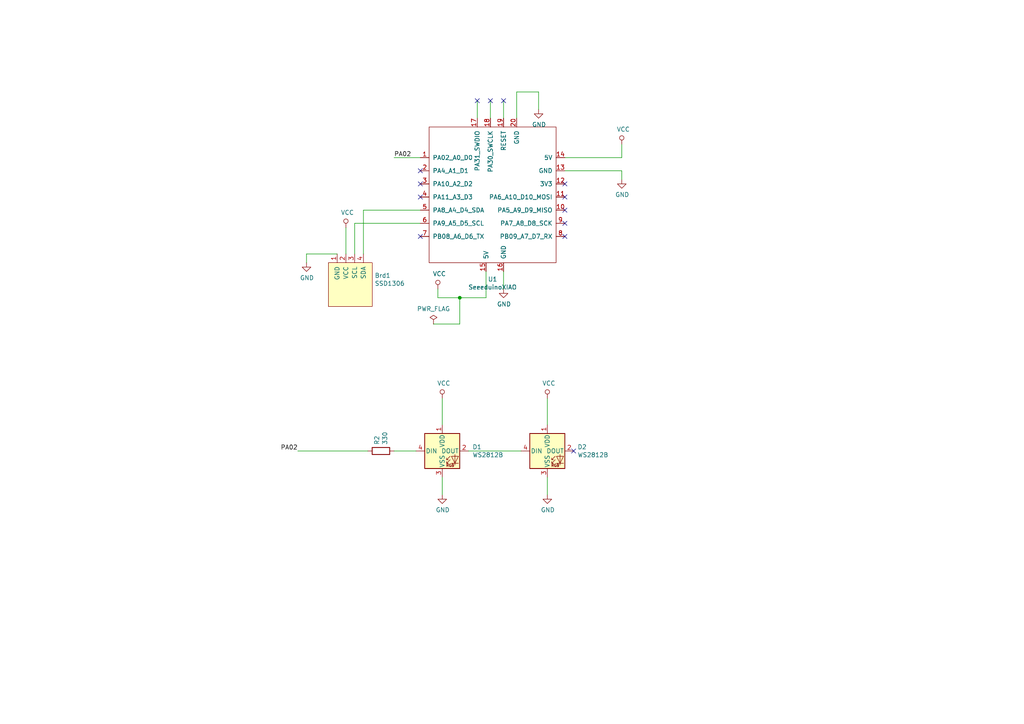
<source format=kicad_sch>
(kicad_sch (version 20231120) (generator "eeschema") (generator_version "8.0")
  (paper "A4")
  (lib_symbols
    (symbol "Device:R" (pin_numbers hide) (pin_names (offset 0))
      (property "Reference" "R" (at 2.032 0 90))
      (property "Value" "R" (at 0 0 90))
      (symbol "R_0_1"
        (rectangle (start -1.016 -2.54) (end 1.016 2.54) (stroke (width 0.254)))
      )
      (symbol "R_1_1"
        (pin passive line (at 0 3.81 270) (length 1.27) (name "~") (number "1"))
        (pin passive line (at 0 -3.81 90) (length 1.27) (name "~") (number "2"))
      )
    )
    (symbol "LED:WS2812B" (pin_names (offset 0.254))
      (property "Reference" "D" (at 5.08 5.715 0))
      (property "Value" "WS2812B" (at 1.27 -5.715 0))
      (symbol "WS2812B_0_0"
        (text "RGB" (at 2.286 -4.191 0) (effects (font (size 0.762 0.762))))
      )
      (symbol "WS2812B_0_1"
        (polyline (pts (xy 1.27 -3.556) (xy 1.778 -3.556)))
        (polyline (pts (xy 1.27 -2.54) (xy 1.778 -2.54)))
        (polyline (pts (xy 4.699 -3.556) (xy 2.667 -3.556)))
        (polyline (pts (xy 2.286 -2.54) (xy 1.27 -3.556) (xy 1.27 -3.048)))
        (polyline (pts (xy 2.286 -1.524) (xy 1.27 -2.54) (xy 1.27 -2.032)))
        (polyline (pts (xy 3.683 -1.016) (xy 3.683 -3.556) (xy 3.683 -4.064)))
        (polyline (pts (xy 4.699 -1.524) (xy 2.667 -1.524) (xy 3.683 -3.556) (xy 4.699 -1.524)))
        (rectangle (start 5.08 5.08) (end -5.08 -5.08) (stroke (width 0.254)) (fill (type background)))
      )
      (symbol "WS2812B_1_1"
        (pin power_in line (at 0 7.62 270) (length 2.54) (name "VDD") (number "1"))
        (pin output line (at 7.62 0 180) (length 2.54) (name "DOUT") (number "2"))
        (pin power_in line (at 0 -7.62 90) (length 2.54) (name "VSS") (number "3"))
        (pin input line (at -7.62 0 0) (length 2.54) (name "DIN") (number "4"))
      )
    )
    (symbol "gopher_xiao-rescue:GND-power" (power) (pin_names (offset 0))
      (property "Value" "power_GND" (at 0 -3.81 0))
      (symbol "GND-power_0_1"
        (polyline (pts (xy 0 0) (xy 0 -1.27) (xy 1.27 -1.27) (xy 0 -2.54) (xy -1.27 -1.27) (xy 0 -1.27)))
      )
      (symbol "GND-power_1_1"
        (pin power_in line (at 0 0 270) (length 0) hide (name "GND") (number "1"))
      )
    )
    (symbol "gopher_xiao-rescue:PWR_FLAG-power" (power) (pin_numbers hide) (pin_names (offset 0) hide)
      (property "Value" "power_PWR_FLAG" (at 0 3.81 0))
      (symbol "PWR_FLAG-power_0_0"
        (pin power_out line (at 0 0 90) (length 0) (name "pwr") (number "1"))
      )
      (symbol "PWR_FLAG-power_0_1"
        (polyline (pts (xy 0 0) (xy 0 1.27) (xy -1.016 1.905) (xy 0 2.54) (xy 1.016 1.905) (xy 0 1.27)))
      )
    )
    (symbol "gopher_xiao-rescue:SSD1306-SSD1306" (pin_names (offset 1.016))
      (property "Reference" "Brd" (at 0 -3.81 0))
      (property "Value" "SSD1306_SSD1306" (at 0 -1.27 0))
      (symbol "SSD1306-SSD1306_0_1"
        (rectangle (start -6.35 6.35) (end 6.35 -6.35) (fill (type background)))
      )
      (symbol "SSD1306-SSD1306_1_1"
        (pin input line (at -3.81 8.89 270) (length 2.54) (name "GND") (number "1"))
        (pin input line (at -1.27 8.89 270) (length 2.54) (name "VCC") (number "2"))
        (pin input line (at 1.27 8.89 270) (length 2.54) (name "SCL") (number "3"))
        (pin input line (at 3.81 8.89 270) (length 2.54) (name "SDA") (number "4"))
      )
    )
    (symbol "gopher_xiao-rescue:SeeeduinoXIAO-SeedXIAO" (pin_names (offset 1.016))
      (property "Reference" "U" (at -19.05 22.86 0))
      (property "Value" "SeedXIAO_SeeeduinoXIAO" (at -12.7 21.59 0))
      (symbol "SeeeduinoXIAO-SeedXIAO_0_1"
        (rectangle (start -19.05 20.32) (end 17.78 -19.05))
      )
      (symbol "SeeeduinoXIAO-SeedXIAO_1_1"
        (pin unspecified line (at -21.59 11.43 0) (length 2.54) (name "PA02_A0_D0") (number "1"))
        (pin unspecified line (at 20.32 -3.81 180) (length 2.54) (name "PA5_A9_D9_MISO") (number "10"))
        (pin unspecified line (at 20.32 0 180) (length 2.54) (name "PA6_A10_D10_MOSI") (number "11"))
        (pin unspecified line (at 20.32 3.81 180) (length 2.54) (name "3V3") (number "12"))
        (pin unspecified line (at 20.32 7.62 180) (length 2.54) (name "GND") (number "13"))
        (pin unspecified line (at 20.32 11.43 180) (length 2.54) (name "5V") (number "14"))
        (pin input line (at -2.54 -21.59 90) (length 2.54) (name "5V") (number "15"))
        (pin input line (at 2.54 -21.59 90) (length 2.54) (name "GND") (number "16"))
        (pin input line (at -5.08 22.86 270) (length 2.54) (name "PA31_SWDIO") (number "17"))
        (pin input line (at -1.27 22.86 270) (length 2.54) (name "PA30_SWCLK") (number "18"))
        (pin input line (at 2.54 22.86 270) (length 2.54) (name "RESET") (number "19"))
        (pin unspecified line (at -21.59 7.62 0) (length 2.54) (name "PA4_A1_D1") (number "2"))
        (pin input line (at 6.35 22.86 270) (length 2.54) (name "GND") (number "20"))
        (pin unspecified line (at -21.59 3.81 0) (length 2.54) (name "PA10_A2_D2") (number "3"))
        (pin unspecified line (at -21.59 0 0) (length 2.54) (name "PA11_A3_D3") (number "4"))
        (pin unspecified line (at -21.59 -3.81 0) (length 2.54) (name "PA8_A4_D4_SDA") (number "5"))
        (pin unspecified line (at -21.59 -7.62 0) (length 2.54) (name "PA9_A5_D5_SCL") (number "6"))
        (pin unspecified line (at -21.59 -11.43 0) (length 2.54) (name "PB08_A6_D6_TX") (number "7"))
        (pin unspecified line (at 20.32 -11.43 180) (length 2.54) (name "PB09_A7_D7_RX") (number "8"))
        (pin unspecified line (at 20.32 -7.62 180) (length 2.54) (name "PA7_A8_D8_SCK") (number "9"))
      )
    )
    (symbol "gopher_xiao-rescue:VCC-power" (power) (pin_names (offset 0))
      (property "Value" "power_VCC" (at 0 3.81 0))
      (symbol "VCC-power_0_1"
        (polyline (pts (xy 0 0) (xy 0 1.27)))
        (circle (center 0 1.905) (radius 0.635))
      )
      (symbol "VCC-power_1_1"
        (pin power_in line (at 0 0 90) (length 0) hide (name "VCC") (number "1"))
      )
    )
  )
  (junction (at 133.35 86.36))
  (no_connect (at 163.83 53.34))
  (no_connect (at 121.92 68.58))
  (no_connect (at 121.92 53.34))
  (no_connect (at 121.92 57.15))
  (no_connect (at 163.83 64.77))
  (no_connect (at 163.83 60.96))
  (no_connect (at 146.05 29.21))
  (no_connect (at 163.83 68.58))
  (no_connect (at 163.83 57.15))
  (no_connect (at 121.92 49.53))
  (no_connect (at 166.37 130.81))
  (no_connect (at 142.24 29.21))
  (no_connect (at 138.43 29.21))
  (wire (pts (xy 128.27 138.43) (xy 128.27 143.51)))
  (wire (pts (xy 125.73 93.98) (xy 133.35 93.98)))
  (wire (pts (xy 121.92 64.77) (xy 102.87 64.77)))
  (wire (pts (xy 180.34 49.53) (xy 180.34 52.07)))
  (wire (pts (xy 158.75 115.57) (xy 158.75 123.19)))
  (wire (pts (xy 146.05 29.21) (xy 146.05 34.29)))
  (wire (pts (xy 142.24 29.21) (xy 142.24 34.29)))
  (wire (pts (xy 100.33 66.04) (xy 100.33 73.66)))
  (wire (pts (xy 149.86 34.29) (xy 149.86 26.67)))
  (wire (pts (xy 163.83 45.72) (xy 180.34 45.72)))
  (wire (pts (xy 135.89 130.81) (xy 151.13 130.81)))
  (wire (pts (xy 163.83 49.53) (xy 180.34 49.53)))
  (wire (pts (xy 140.97 86.36) (xy 140.97 78.74)))
  (wire (pts (xy 86.36 130.81) (xy 106.68 130.81)))
  (wire (pts (xy 149.86 26.67) (xy 156.21 26.67)))
  (wire (pts (xy 127 86.36) (xy 133.35 86.36)))
  (wire (pts (xy 133.35 93.98) (xy 133.35 86.36)))
  (wire (pts (xy 121.92 60.96) (xy 105.41 60.96)))
  (wire (pts (xy 88.9 73.66) (xy 88.9 76.2)))
  (wire (pts (xy 146.05 78.74) (xy 146.05 83.82)))
  (wire (pts (xy 133.35 86.36) (xy 140.97 86.36)))
  (wire (pts (xy 128.27 115.57) (xy 128.27 123.19)))
  (wire (pts (xy 114.3 130.81) (xy 120.65 130.81)))
  (wire (pts (xy 121.92 45.72) (xy 114.3 45.72)))
  (wire (pts (xy 88.9 73.66) (xy 97.79 73.66)))
  (wire (pts (xy 102.87 64.77) (xy 102.87 73.66)))
  (wire (pts (xy 180.34 45.72) (xy 180.34 41.91)))
  (wire (pts (xy 138.43 29.21) (xy 138.43 34.29)))
  (wire (pts (xy 156.21 26.67) (xy 156.21 31.75)))
  (wire (pts (xy 158.75 138.43) (xy 158.75 143.51)))
  (wire (pts (xy 105.41 60.96) (xy 105.41 73.66)))
  (wire (pts (xy 127 83.82) (xy 127 86.36)))
  (label "PA02" (at 114.3 45.72 0))
  (label "PA02" (at 86.36 130.81 180))
  (symbol (lib_id "LED:WS2812B") (at 128.27 130.81 0) (unit 1)
    (property "Reference" "D1" (at 137.0076 129.6416 0) (effects (justify left)))
    (property "Value" "WS2812B" (at 137.0076 131.953 0) (effects (justify left)))
    (property "Footprint" "LED_SMD:LED_WS2812B_PLCC4_5.0x5.0mm_P3.2mm" (effects (hide yes)))
    (property "Datasheet" "https://cdn-shop.adafruit.com/datasheets/WS2812B.pdf" (effects (hide yes)))
  )
  (symbol (lib_id "LED:WS2812B") (at 158.75 130.81 0) (unit 1)
    (property "Reference" "D2" (at 167.4876 129.6416 0) (effects (justify left)))
    (property "Value" "WS2812B" (at 167.4876 131.953 0) (effects (justify left)))
    (property "Footprint" "LED_SMD:LED_WS2812B_PLCC4_5.0x5.0mm_P3.2mm" (effects (hide yes)))
    (property "Datasheet" "https://cdn-shop.adafruit.com/datasheets/WS2812B.pdf" (effects (hide yes)))
  )
  (symbol (lib_id "Device:R") (at 110.49 130.81 90) (unit 1)
    (property "Reference" "R2" (at 109.3216 129.032 0) (effects (justify left)))
    (property "Value" "330" (at 111.633 129.032 0) (effects (justify left)))
    (property "Footprint" "Resistor_SMD:R_0805_2012Metric" (effects (hide yes)))
  )
  (symbol (lib_id "gopher_xiao-rescue:VCC-power") (at 128.27 115.57 0) (unit 1)
    (property "Reference" "#PWR01" (effects (hide yes)))
    (property "Value" "VCC" (at 128.7018 111.1758 0))
  )
  (symbol (lib_id "gopher_xiao-rescue:VCC-power") (at 158.75 115.57 0) (unit 1)
    (property "Reference" "#PWR011" (effects (hide yes)))
    (property "Value" "VCC" (at 159.1818 111.1758 0))
  )
  (symbol (lib_id "gopher_xiao-rescue:GND-power") (at 128.27 143.51 0) (unit 1)
    (property "Reference" "#PWR08" (effects (hide yes)))
    (property "Value" "GND" (at 128.397 147.9042 0))
  )
  (symbol (lib_id "gopher_xiao-rescue:GND-power") (at 158.75 143.51 0) (unit 1)
    (property "Reference" "#PWR012" (effects (hide yes)))
    (property "Value" "GND" (at 158.877 147.9042 0))
  )
  (symbol (lib_id "gopher_xiao-rescue:SeeeduinoXIAO-SeedXIAO") (at 143.51 57.15 0) (unit 1)
    (property "Reference" "U1" (at 142.875 81.0006 0))
    (property "Value" "SeeeduinoXIAO" (at 142.875 83.312 0))
    (property "Footprint" "XIAO:Seeeduino XIAO-MOUDLE14P-2.54-21X17.8MM_PinSocket" (effects (hide yes)))
  )
  (symbol (lib_id "gopher_xiao-rescue:VCC-power") (at 127 83.82 0) (unit 1)
    (property "Reference" "#PWR02" (effects (hide yes)))
    (property "Value" "VCC" (at 127.4318 79.4258 0))
  )
  (symbol (lib_id "gopher_xiao-rescue:SSD1306-SSD1306") (at 101.6 82.55 0) (unit 1)
    (property "Reference" "Brd1" (at 108.6612 79.9084 0) (effects (justify left)))
    (property "Value" "SSD1306" (at 108.6612 82.2198 0) (effects (justify left)))
    (property "Footprint" "XIAO:128x64OLED" (effects (hide yes)))
  )
  (symbol (lib_id "gopher_xiao-rescue:GND-power") (at 146.05 83.82 0) (unit 1)
    (property "Reference" "#PWR03" (effects (hide yes)))
    (property "Value" "GND" (at 146.177 88.2142 0))
  )
  (symbol (lib_id "gopher_xiao-rescue:VCC-power") (at 180.34 41.91 0) (unit 1)
    (property "Reference" "#PWR0102" (effects (hide yes)))
    (property "Value" "VCC" (at 180.7718 37.5158 0))
  )
  (symbol (lib_id "gopher_xiao-rescue:GND-power") (at 180.34 52.07 0) (unit 1)
    (property "Reference" "#PWR0103" (effects (hide yes)))
    (property "Value" "GND" (at 180.467 56.4642 0))
  )
  (symbol (lib_id "gopher_xiao-rescue:GND-power") (at 88.9 76.2 0) (unit 1)
    (property "Reference" "#PWR0104" (effects (hide yes)))
    (property "Value" "GND" (at 89.027 80.5942 0))
  )
  (symbol (lib_id "gopher_xiao-rescue:VCC-power") (at 100.33 66.04 0) (unit 1)
    (property "Reference" "#PWR0105" (effects (hide yes)))
    (property "Value" "VCC" (at 100.7618 61.6458 0))
  )
  (symbol (lib_id "gopher_xiao-rescue:PWR_FLAG-power") (at 125.73 93.98 0) (unit 1)
    (property "Reference" "#FLG0101" (effects (hide yes)))
    (property "Value" "PWR_FLAG" (at 125.73 89.5858 0))
  )
  (symbol (lib_id "gopher_xiao-rescue:GND-power") (at 156.21 31.75 0) (unit 1)
    (property "Reference" "#PWR0101" (effects (hide yes)))
    (property "Value" "GND" (at 156.337 36.1442 0))
  )
)
</source>
